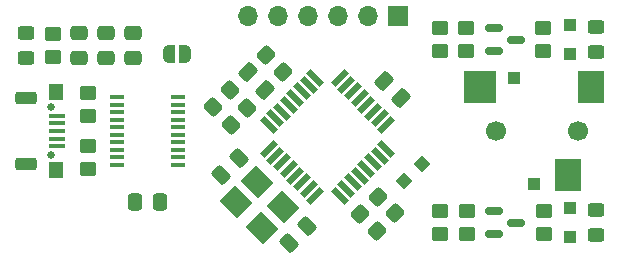
<source format=gbr>
%TF.GenerationSoftware,KiCad,Pcbnew,(6.0.7)*%
%TF.CreationDate,2023-05-28T23:18:47-04:00*%
%TF.ProjectId,microkfd,6d696372-6f6b-4666-942e-6b696361645f,E*%
%TF.SameCoordinates,Original*%
%TF.FileFunction,Soldermask,Top*%
%TF.FilePolarity,Negative*%
%FSLAX46Y46*%
G04 Gerber Fmt 4.6, Leading zero omitted, Abs format (unit mm)*
G04 Created by KiCad (PCBNEW (6.0.7)) date 2023-05-28 23:18:47*
%MOMM*%
%LPD*%
G01*
G04 APERTURE LIST*
G04 Aperture macros list*
%AMRoundRect*
0 Rectangle with rounded corners*
0 $1 Rounding radius*
0 $2 $3 $4 $5 $6 $7 $8 $9 X,Y pos of 4 corners*
0 Add a 4 corners polygon primitive as box body*
4,1,4,$2,$3,$4,$5,$6,$7,$8,$9,$2,$3,0*
0 Add four circle primitives for the rounded corners*
1,1,$1+$1,$2,$3*
1,1,$1+$1,$4,$5*
1,1,$1+$1,$6,$7*
1,1,$1+$1,$8,$9*
0 Add four rect primitives between the rounded corners*
20,1,$1+$1,$2,$3,$4,$5,0*
20,1,$1+$1,$4,$5,$6,$7,0*
20,1,$1+$1,$6,$7,$8,$9,0*
20,1,$1+$1,$8,$9,$2,$3,0*%
%AMRotRect*
0 Rectangle, with rotation*
0 The origin of the aperture is its center*
0 $1 length*
0 $2 width*
0 $3 Rotation angle, in degrees counterclockwise*
0 Add horizontal line*
21,1,$1,$2,0,0,$3*%
%AMFreePoly0*
4,1,22,0.500000,-0.750000,0.000000,-0.750000,0.000000,-0.745033,-0.079941,-0.743568,-0.215256,-0.701293,-0.333266,-0.622738,-0.424486,-0.514219,-0.481581,-0.384460,-0.499164,-0.250000,-0.500000,-0.250000,-0.500000,0.250000,-0.499164,0.250000,-0.499963,0.256109,-0.478152,0.396186,-0.417904,0.524511,-0.324060,0.630769,-0.204165,0.706417,-0.067858,0.745374,0.000000,0.744959,0.000000,0.750000,
0.500000,0.750000,0.500000,-0.750000,0.500000,-0.750000,$1*%
%AMFreePoly1*
4,1,20,0.000000,0.744959,0.073905,0.744508,0.209726,0.703889,0.328688,0.626782,0.421226,0.519385,0.479903,0.390333,0.500000,0.250000,0.500000,-0.250000,0.499851,-0.262216,0.476331,-0.402017,0.414519,-0.529596,0.319384,-0.634700,0.198574,-0.708877,0.061801,-0.746166,0.000000,-0.745033,0.000000,-0.750000,-0.500000,-0.750000,-0.500000,0.750000,0.000000,0.750000,0.000000,0.744959,
0.000000,0.744959,$1*%
G04 Aperture macros list end*
%ADD10C,0.650000*%
%ADD11R,1.400000X0.400000*%
%ADD12RoundRect,0.262500X-0.667500X0.262500X-0.667500X-0.262500X0.667500X-0.262500X0.667500X0.262500X0*%
%ADD13R,1.200000X1.400000*%
%ADD14R,1.700000X1.700000*%
%ADD15O,1.700000X1.700000*%
%ADD16RotRect,1.000000X1.000000X315.000000*%
%ADD17RotRect,1.000000X1.000000X45.000000*%
%ADD18RoundRect,0.250000X-0.450000X0.350000X-0.450000X-0.350000X0.450000X-0.350000X0.450000X0.350000X0*%
%ADD19RoundRect,0.250000X0.450000X-0.350000X0.450000X0.350000X-0.450000X0.350000X-0.450000X-0.350000X0*%
%ADD20RoundRect,0.250000X0.565685X0.070711X0.070711X0.565685X-0.565685X-0.070711X-0.070711X-0.565685X0*%
%ADD21RoundRect,0.250000X0.070711X-0.565685X0.565685X-0.070711X-0.070711X0.565685X-0.565685X0.070711X0*%
%ADD22R,1.000000X1.000000*%
%ADD23RoundRect,0.250000X0.450000X-0.325000X0.450000X0.325000X-0.450000X0.325000X-0.450000X-0.325000X0*%
%ADD24RoundRect,0.250000X-0.450000X0.325000X-0.450000X-0.325000X0.450000X-0.325000X0.450000X0.325000X0*%
%ADD25RoundRect,0.250000X-0.097227X0.574524X-0.574524X0.097227X0.097227X-0.574524X0.574524X-0.097227X0*%
%ADD26RoundRect,0.250000X0.097227X-0.574524X0.574524X-0.097227X-0.097227X0.574524X-0.574524X0.097227X0*%
%ADD27RoundRect,0.250000X-0.475000X0.337500X-0.475000X-0.337500X0.475000X-0.337500X0.475000X0.337500X0*%
%ADD28RoundRect,0.250000X-0.574524X-0.097227X-0.097227X-0.574524X0.574524X0.097227X0.097227X0.574524X0*%
%ADD29RoundRect,0.250000X0.337500X0.475000X-0.337500X0.475000X-0.337500X-0.475000X0.337500X-0.475000X0*%
%ADD30RoundRect,0.250000X0.475000X-0.337500X0.475000X0.337500X-0.475000X0.337500X-0.475000X-0.337500X0*%
%ADD31RoundRect,0.150000X-0.587500X-0.150000X0.587500X-0.150000X0.587500X0.150000X-0.587500X0.150000X0*%
%ADD32R,1.200000X0.400000*%
%ADD33RotRect,2.100000X1.800000X135.000000*%
%ADD34C,1.700000*%
%ADD35R,2.200000X2.800000*%
%ADD36R,2.800000X2.800000*%
%ADD37RotRect,1.600000X0.550000X135.000000*%
%ADD38RotRect,1.600000X0.550000X45.000000*%
%ADD39FreePoly0,0.000000*%
%ADD40FreePoly1,0.000000*%
G04 APERTURE END LIST*
D10*
%TO.C,J1*%
X100600000Y-102000000D03*
X100600000Y-98000000D03*
D11*
X101110000Y-98700000D03*
X101110000Y-99350000D03*
X101110000Y-100000000D03*
X101110000Y-100650000D03*
X101110000Y-101300000D03*
D12*
X98450000Y-97175000D03*
D13*
X101000000Y-96700000D03*
X101000000Y-103300000D03*
D12*
X98450000Y-102825000D03*
%TD*%
D14*
%TO.C,J2*%
X130000000Y-90250000D03*
D15*
X127460000Y-90250000D03*
X124920000Y-90250000D03*
X122380000Y-90250000D03*
X119840000Y-90250000D03*
X117300000Y-90250000D03*
%TD*%
D16*
%TO.C,TP2*%
X132000000Y-102750000D03*
%TD*%
D17*
%TO.C,TP1*%
X130500000Y-104250000D03*
%TD*%
D18*
%TO.C,R18*%
X142312500Y-106750000D03*
X142312500Y-108750000D03*
%TD*%
D19*
%TO.C,R17*%
X142250000Y-91250000D03*
X142250000Y-93250000D03*
%TD*%
%TO.C,R15*%
X135812500Y-108750000D03*
X135812500Y-106750000D03*
%TD*%
%TO.C,R14*%
X135750000Y-91250000D03*
X135750000Y-93250000D03*
%TD*%
D18*
%TO.C,R13*%
X133562500Y-106750000D03*
X133562500Y-108750000D03*
%TD*%
%TO.C,R12*%
X133500000Y-93250000D03*
X133500000Y-91250000D03*
%TD*%
D20*
%TO.C,R9*%
X129707107Y-106957107D03*
X128292893Y-105542893D03*
%TD*%
%TO.C,R8*%
X128207107Y-108457107D03*
X126792893Y-107042893D03*
%TD*%
D21*
%TO.C,R7*%
X115792893Y-99457107D03*
X117207107Y-98042893D03*
%TD*%
%TO.C,R6*%
X115707107Y-96542893D03*
X114292893Y-97957107D03*
%TD*%
D18*
%TO.C,R4*%
X100750000Y-93750000D03*
X100750000Y-91750000D03*
%TD*%
D20*
%TO.C,R3*%
X120207107Y-94957107D03*
X118792893Y-93542893D03*
%TD*%
D18*
%TO.C,R2*%
X103750000Y-101250000D03*
X103750000Y-103250000D03*
%TD*%
D19*
%TO.C,R1*%
X103750000Y-96750000D03*
X103750000Y-98750000D03*
%TD*%
D22*
%TO.C,D5*%
X144500000Y-106500000D03*
X144500000Y-109000000D03*
%TD*%
D23*
%TO.C,D3*%
X98500000Y-93775000D03*
X98500000Y-91725000D03*
%TD*%
%TO.C,D2*%
X146750000Y-91225000D03*
X146750000Y-93275000D03*
%TD*%
D24*
%TO.C,D1*%
X146750000Y-106725000D03*
X146750000Y-108775000D03*
%TD*%
D25*
%TO.C,C8*%
X115016377Y-103733623D03*
X116483623Y-102266377D03*
%TD*%
D26*
%TO.C,C7*%
X122233623Y-108016377D03*
X120766377Y-109483623D03*
%TD*%
D27*
%TO.C,C6*%
X105250000Y-91712500D03*
X105250000Y-93787500D03*
%TD*%
D28*
%TO.C,C5*%
X128766377Y-95766377D03*
X130233623Y-97233623D03*
%TD*%
%TO.C,C4*%
X117266377Y-95016377D03*
X118733623Y-96483623D03*
%TD*%
D29*
%TO.C,C3*%
X109787500Y-106000000D03*
X107712500Y-106000000D03*
%TD*%
D30*
%TO.C,C2*%
X103000000Y-93787500D03*
X103000000Y-91712500D03*
%TD*%
%TO.C,C1*%
X107500000Y-93787500D03*
X107500000Y-91712500D03*
%TD*%
D31*
%TO.C,Q2*%
X138125000Y-106800000D03*
X138125000Y-108700000D03*
X140000000Y-107750000D03*
%TD*%
D32*
%TO.C,U1*%
X111350000Y-102857500D03*
X111350000Y-102222500D03*
X111350000Y-101587500D03*
X111350000Y-100952500D03*
X111350000Y-100317500D03*
X111350000Y-99682500D03*
X111350000Y-99047500D03*
X111350000Y-98412500D03*
X111350000Y-97777500D03*
X111350000Y-97142500D03*
X106150000Y-97142500D03*
X106150000Y-97777500D03*
X106150000Y-98412500D03*
X106150000Y-99047500D03*
X106150000Y-99682500D03*
X106150000Y-100317500D03*
X106150000Y-100952500D03*
X106150000Y-101587500D03*
X106150000Y-102222500D03*
X106150000Y-102857500D03*
%TD*%
D22*
%TO.C,TP4*%
X141500000Y-104500000D03*
%TD*%
D33*
%TO.C,Y1*%
X118462132Y-108229899D03*
X116270101Y-106037868D03*
X118037868Y-104270101D03*
X120229899Y-106462132D03*
%TD*%
D34*
%TO.C,J4*%
X138250000Y-100000000D03*
X145250000Y-100000000D03*
D35*
X144350000Y-103700000D03*
X146350000Y-96300000D03*
D36*
X136950000Y-96300000D03*
%TD*%
D37*
%TO.C,U2*%
X119014897Y-99474695D03*
X119580583Y-98909010D03*
X120146268Y-98343324D03*
X120711953Y-97777639D03*
X121277639Y-97211953D03*
X121843324Y-96646268D03*
X122409010Y-96080583D03*
X122974695Y-95514897D03*
D38*
X125025305Y-95514897D03*
X125590990Y-96080583D03*
X126156676Y-96646268D03*
X126722361Y-97211953D03*
X127288047Y-97777639D03*
X127853732Y-98343324D03*
X128419417Y-98909010D03*
X128985103Y-99474695D03*
D37*
X128985103Y-101525305D03*
X128419417Y-102090990D03*
X127853732Y-102656676D03*
X127288047Y-103222361D03*
X126722361Y-103788047D03*
X126156676Y-104353732D03*
X125590990Y-104919417D03*
X125025305Y-105485103D03*
D38*
X122974695Y-105485103D03*
X122409010Y-104919417D03*
X121843324Y-104353732D03*
X121277639Y-103788047D03*
X120711953Y-103222361D03*
X120146268Y-102656676D03*
X119580583Y-102090990D03*
X119014897Y-101525305D03*
%TD*%
D22*
%TO.C,TP3*%
X139750000Y-95500000D03*
%TD*%
D39*
%TO.C,JP1*%
X110600000Y-93500000D03*
D40*
X111900000Y-93500000D03*
%TD*%
D22*
%TO.C,D4*%
X144500000Y-93500000D03*
X144500000Y-91000000D03*
%TD*%
D31*
%TO.C,Q1*%
X139937500Y-92250000D03*
X138062500Y-93200000D03*
X138062500Y-91300000D03*
%TD*%
M02*

</source>
